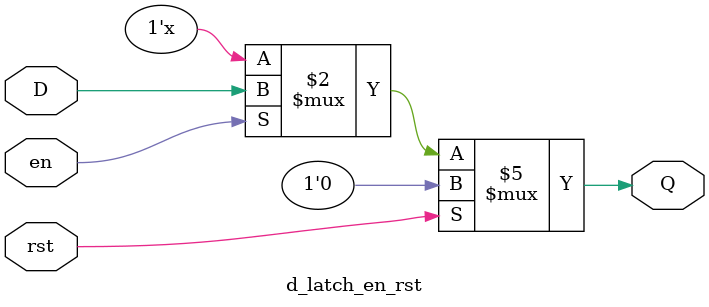
<source format=v>
`timescale 1ns / 1ps
module d_latch_en_rst (
    input D,
    input en,
    input rst,
    output reg Q
);

always @ (D, en, rst)
begin
    if (rst)  
        Q <= 1'b0;
    else if (en)  
        Q <= D;
end

endmodule

</source>
